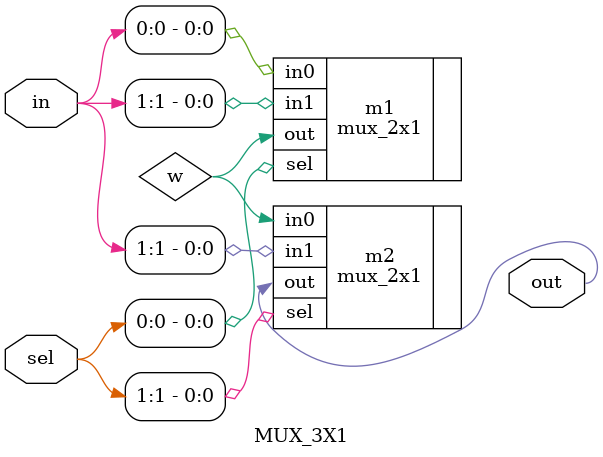
<source format=v>
`timescale 1ns / 1ps


module MUX_3X1(
input [2:0]in,
input [1:0]sel,
output out
    );
    wire w;
    mux_2x1 m1(.in0(in[0]),.in1(in[1]),.sel(sel[0]),.out(w));
    mux_2x1 m2(.in0(w),.in1(in[1]),.sel(sel[1]),.out(out));
    
endmodule

</source>
